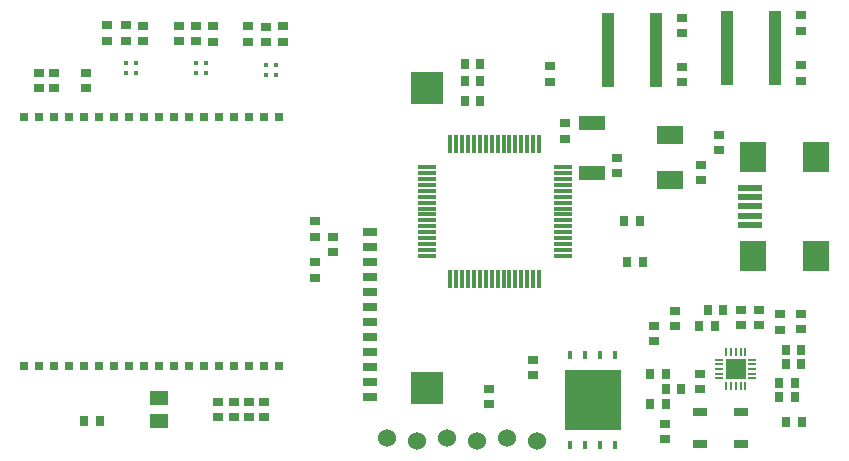
<source format=gts>
G75*
G70*
%OFA0B0*%
%FSLAX24Y24*%
%IPPOS*%
%LPD*%
%AMOC8*
5,1,8,0,0,1.08239X$1,22.5*
%
%ADD10R,0.0256X0.0315*%
%ADD11R,0.0591X0.0118*%
%ADD12R,0.0118X0.0591*%
%ADD13R,0.0276X0.0079*%
%ADD14R,0.0079X0.0276*%
%ADD15R,0.0650X0.0650*%
%ADD16R,0.0866X0.0984*%
%ADD17R,0.0787X0.0197*%
%ADD18R,0.0394X0.2500*%
%ADD19R,0.0177X0.0177*%
%ADD20R,0.1095X0.1095*%
%ADD21C,0.0600*%
%ADD22R,0.0354X0.0276*%
%ADD23R,0.0276X0.0354*%
%ADD24R,0.0472X0.0256*%
%ADD25R,0.0591X0.0512*%
%ADD26R,0.1900X0.2000*%
%ADD27R,0.0140X0.0300*%
%ADD28R,0.0906X0.0630*%
%ADD29R,0.0866X0.0512*%
%ADD30R,0.0500X0.0250*%
D10*
X011921Y012634D03*
X011421Y012634D03*
X010921Y012634D03*
X010421Y012634D03*
X009921Y012634D03*
X009421Y012634D03*
X008921Y012634D03*
X008421Y012634D03*
X007921Y012634D03*
X007421Y012634D03*
X006921Y012634D03*
X006421Y012634D03*
X005921Y012634D03*
X005421Y012634D03*
X004921Y012634D03*
X004421Y012634D03*
X003921Y012634D03*
X003421Y012634D03*
X003421Y004366D03*
X003921Y004366D03*
X004421Y004366D03*
X004921Y004366D03*
X005421Y004366D03*
X005921Y004366D03*
X006421Y004366D03*
X006921Y004366D03*
X007421Y004366D03*
X007921Y004366D03*
X008421Y004366D03*
X008921Y004366D03*
X009421Y004366D03*
X009921Y004366D03*
X010421Y004366D03*
X010921Y004366D03*
X011421Y004366D03*
X011921Y004366D03*
D11*
X016846Y010976D03*
X016846Y010780D03*
X016846Y010583D03*
X016846Y010386D03*
X016846Y010189D03*
X016846Y009992D03*
X016846Y009795D03*
X016846Y009598D03*
X016846Y009402D03*
X016846Y009205D03*
X016846Y009008D03*
X016846Y008811D03*
X016846Y008614D03*
X016846Y008417D03*
X016846Y008220D03*
X016846Y008024D03*
X021374Y008024D03*
X021374Y008220D03*
X021374Y008417D03*
X021374Y008614D03*
X021374Y008811D03*
X021374Y009008D03*
X021374Y009205D03*
X021374Y009402D03*
X021374Y009598D03*
X021374Y009795D03*
X021374Y009992D03*
X021374Y010189D03*
X021374Y010386D03*
X021374Y010583D03*
X021374Y010780D03*
X021374Y010976D03*
D12*
X017634Y007236D03*
X017830Y007236D03*
X018027Y007236D03*
X018224Y007236D03*
X018421Y007236D03*
X018618Y007236D03*
X018815Y007236D03*
X019012Y007236D03*
X019208Y007236D03*
X019405Y007236D03*
X019602Y007236D03*
X019799Y007236D03*
X019996Y007236D03*
X020193Y007236D03*
X020390Y007236D03*
X020586Y007236D03*
X020586Y011764D03*
X020390Y011764D03*
X020193Y011764D03*
X019996Y011764D03*
X019799Y011764D03*
X019602Y011764D03*
X019405Y011764D03*
X019208Y011764D03*
X019012Y011764D03*
X018815Y011764D03*
X018618Y011764D03*
X018421Y011764D03*
X018224Y011764D03*
X018027Y011764D03*
X017830Y011764D03*
X017634Y011764D03*
D13*
X026599Y004565D03*
X026599Y004407D03*
X026599Y004250D03*
X026599Y004093D03*
X026599Y003935D03*
X027701Y003935D03*
X027701Y004093D03*
X027701Y004250D03*
X027701Y004407D03*
X027701Y004565D03*
D14*
X026835Y003699D03*
X026993Y003699D03*
X027150Y003699D03*
X027307Y003699D03*
X027465Y003699D03*
X027465Y004801D03*
X027307Y004801D03*
X027150Y004801D03*
X026993Y004801D03*
X026835Y004801D03*
D15*
X027150Y004250D03*
D16*
X027733Y008016D03*
X027733Y011324D03*
X029819Y008016D03*
X029819Y011324D03*
D17*
X027634Y009040D03*
X027634Y009355D03*
X027634Y009670D03*
X027634Y009985D03*
X027634Y010300D03*
D18*
X026859Y014940D03*
X028461Y014936D03*
X022869Y014890D03*
X024471Y014886D03*
D19*
X007147Y014113D03*
X006813Y014113D03*
X006813Y014447D03*
X007147Y014447D03*
X009487Y014133D03*
X009153Y014133D03*
X009153Y014467D03*
X009487Y014467D03*
X011807Y014043D03*
X011473Y014043D03*
X011473Y014377D03*
X011807Y014377D03*
D20*
X016840Y003630D03*
X016840Y013630D03*
D21*
X015530Y001950D03*
X016530Y001850D03*
X017530Y001950D03*
X018530Y001850D03*
X019530Y001950D03*
X020530Y001850D03*
D22*
X025110Y005684D03*
X025110Y006196D03*
X028610Y005564D03*
X028610Y006076D03*
X025950Y004096D03*
X025950Y003584D03*
X029330Y005584D03*
X029330Y006096D03*
X024430Y005686D03*
X024430Y005174D03*
X027910Y005704D03*
X027910Y006216D03*
X027310Y006216D03*
X027310Y005704D03*
X013730Y008666D03*
X013730Y008154D03*
X013130Y009176D03*
X013130Y008664D03*
X020950Y014336D03*
X020950Y013824D03*
X013130Y007294D03*
X013130Y007806D03*
X018920Y003586D03*
X018920Y003074D03*
X020380Y004044D03*
X020380Y004556D03*
X011430Y003166D03*
X011430Y002654D03*
X010920Y003166D03*
X010920Y002654D03*
X010420Y003166D03*
X010420Y002654D03*
X009900Y003166D03*
X009900Y002654D03*
X005490Y014116D03*
X005490Y013604D03*
X004420Y014116D03*
X004420Y013604D03*
X003920Y014116D03*
X003920Y013604D03*
X025340Y015454D03*
X025340Y015966D03*
X025340Y013814D03*
X025340Y014326D03*
X029330Y015524D03*
X029330Y016036D03*
X029320Y013864D03*
X029320Y014376D03*
X011480Y015666D03*
X011480Y015154D03*
X012040Y015676D03*
X012040Y015164D03*
X010900Y015676D03*
X010900Y015164D03*
X009150Y015686D03*
X009150Y015174D03*
X009730Y015676D03*
X009730Y015164D03*
X008590Y015696D03*
X008590Y015184D03*
X006810Y015706D03*
X006810Y015194D03*
X007380Y015696D03*
X007380Y015184D03*
X006200Y015706D03*
X006200Y015194D03*
X024800Y001904D03*
X024800Y002416D03*
X026600Y011534D03*
X026600Y012046D03*
X025990Y011056D03*
X025990Y010544D03*
X021460Y011924D03*
X021460Y012436D03*
X023190Y011296D03*
X023190Y010784D03*
D23*
X024294Y003070D03*
X024806Y003070D03*
X028814Y004410D03*
X029326Y004410D03*
X026446Y005690D03*
X025934Y005690D03*
X026204Y006220D03*
X026716Y006220D03*
X024804Y003580D03*
X025316Y003580D03*
X024294Y004070D03*
X024806Y004070D03*
X029106Y003780D03*
X028594Y003780D03*
X028594Y003310D03*
X029106Y003310D03*
X029336Y002470D03*
X028824Y002470D03*
X028814Y004890D03*
X029326Y004890D03*
X023936Y009170D03*
X023424Y009170D03*
X018104Y014420D03*
X018616Y014420D03*
X018114Y013860D03*
X018626Y013860D03*
X018104Y013200D03*
X018616Y013200D03*
X005424Y002520D03*
X005936Y002520D03*
X023534Y007810D03*
X024046Y007810D03*
D24*
X025950Y001739D03*
X025950Y002821D03*
X027310Y002821D03*
X027310Y001739D03*
D25*
X007920Y003274D03*
X007920Y002526D03*
D26*
X022380Y003220D03*
D27*
X021630Y001720D03*
X022130Y001720D03*
X022630Y001720D03*
X023130Y001720D03*
X023130Y004720D03*
X022630Y004720D03*
X022130Y004720D03*
X021630Y004720D03*
D28*
X024940Y010542D03*
X024940Y012038D03*
D29*
X022350Y012437D03*
X022350Y010783D03*
D30*
X014960Y008810D03*
X014960Y008310D03*
X014960Y007810D03*
X014960Y007310D03*
X014960Y006810D03*
X014960Y006310D03*
X014960Y005810D03*
X014960Y005310D03*
X014960Y004810D03*
X014960Y004310D03*
X014960Y003810D03*
X014960Y003310D03*
M02*

</source>
